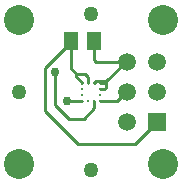
<source format=gtl>
G04*
G04 #@! TF.GenerationSoftware,Altium Limited,Altium Designer,19.1.5 (86)*
G04*
G04 Layer_Physical_Order=1*
G04 Layer_Color=255*
%FSLAX25Y25*%
%MOIN*%
G70*
G01*
G75*
%ADD10C,0.01000*%
%ADD14C,0.10000*%
%ADD22C,0.05000*%
%ADD23R,0.00984X0.01083*%
%ADD24R,0.01083X0.00984*%
%ADD25R,0.05118X0.05906*%
%ADD26C,0.05906*%
%ADD27R,0.05906X0.05906*%
%ADD28C,0.03000*%
D10*
X29500Y16500D02*
X48500D01*
X18500Y27500D02*
X29500Y16500D01*
X48500D02*
X56000Y24000D01*
X26000Y31000D02*
X26001Y30999D01*
X31046D01*
X31047Y30998D01*
X39000Y35586D02*
Y37500D01*
X38414Y35000D02*
X39000Y35586D01*
X37000Y35000D02*
X38414D01*
X34984Y37035D02*
X34992Y37043D01*
X36953Y37002D02*
Y37035D01*
X35482Y37500D02*
X39000D01*
X36961Y37043D02*
X38543D01*
X34992Y37043D02*
X35026D01*
X34984Y37002D02*
Y37035D01*
X38543Y37043D02*
X39000Y37500D01*
X36953Y37035D02*
X36961Y37043D01*
X37000Y35000D02*
X37002Y34998D01*
X35026Y37043D02*
X35482Y37500D01*
X37002Y34984D02*
Y34998D01*
X27260Y50606D02*
Y51000D01*
Y41740D02*
Y50606D01*
X18500Y27500D02*
Y41846D01*
X27260Y50606D01*
X34740Y44674D02*
Y51000D01*
Y44674D02*
X35414Y44000D01*
X29000Y39083D02*
Y40000D01*
Y39083D02*
X31047Y37035D01*
Y37002D02*
Y37035D01*
X33000Y37000D02*
Y39000D01*
X27260Y41740D02*
X29000Y40000D01*
X32000D01*
X33000Y39000D01*
Y37000D02*
X33002Y37002D01*
X33016D01*
X35414Y44000D02*
X45500D01*
X22000Y29500D02*
Y40500D01*
Y29500D02*
X26500Y25000D01*
X31500D01*
X35000Y28500D01*
Y30362D01*
X34992Y30370D02*
X35000Y30362D01*
X34992Y30370D02*
Y30990D01*
X34984Y30998D02*
X34992Y30990D01*
X45707Y34000D02*
X46000D01*
X42705Y30998D02*
X45707Y34000D01*
X36953Y30998D02*
X42705D01*
X39000Y37500D02*
X45500Y44000D01*
D14*
X10000Y10000D02*
D03*
Y58000D02*
D03*
X58000D02*
D03*
Y10000D02*
D03*
D22*
X34000Y60000D02*
D03*
Y8000D02*
D03*
X10000Y34000D02*
D03*
D23*
X31047Y30998D02*
D03*
X33016D02*
D03*
X34984D02*
D03*
X36953D02*
D03*
Y37002D02*
D03*
X34984D02*
D03*
X33016D02*
D03*
X31047D02*
D03*
D24*
X37002Y33016D02*
D03*
Y34984D02*
D03*
X30998D02*
D03*
Y33016D02*
D03*
D25*
X27260Y51000D02*
D03*
X34740D02*
D03*
D26*
X46000Y44000D02*
D03*
X56000D02*
D03*
X46000Y34000D02*
D03*
X56000D02*
D03*
X46000Y24000D02*
D03*
D27*
X56000D02*
D03*
D28*
X26000Y31000D02*
D03*
X22000Y40500D02*
D03*
M02*

</source>
